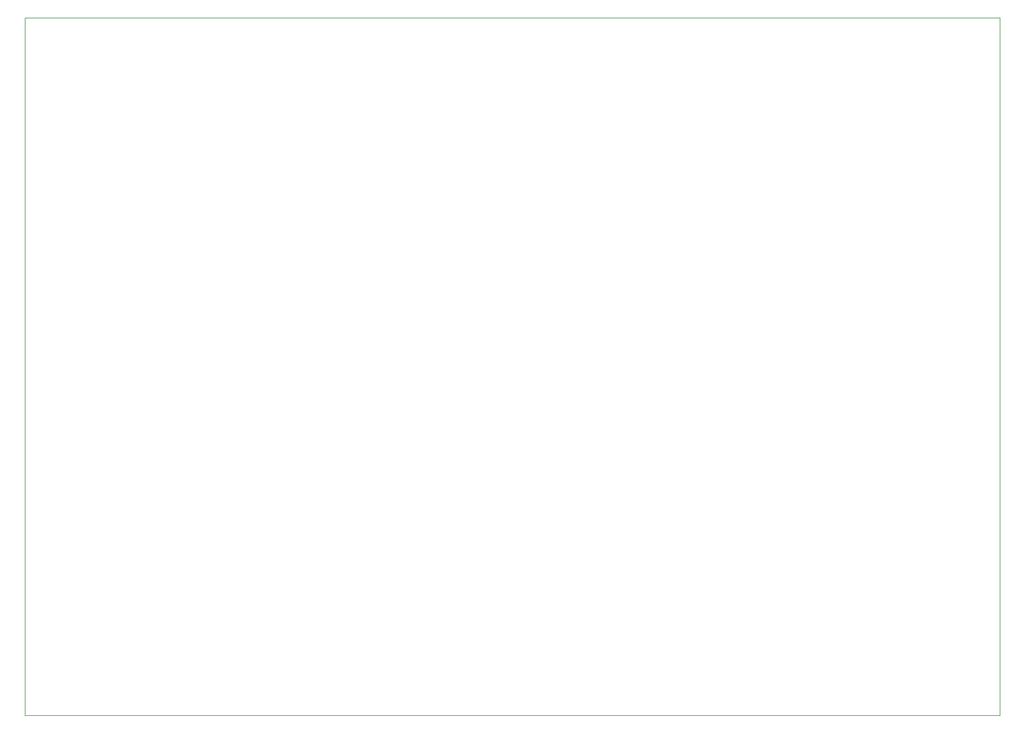
<source format=gm1>
G04 #@! TF.FileFunction,Profile,NP*
%FSLAX46Y46*%
G04 Gerber Fmt 4.6, Leading zero omitted, Abs format (unit mm)*
G04 Created by KiCad (PCBNEW 4.0.1-stable) date 2018/05/08 19:42:46*
%MOMM*%
G01*
G04 APERTURE LIST*
%ADD10C,0.150000*%
%ADD11C,0.100000*%
G04 APERTURE END LIST*
D10*
D11*
X271200000Y-64410000D02*
X271200000Y-164300000D01*
X131700000Y-64410000D02*
X271200000Y-64410000D01*
X131700000Y-87300000D02*
X131700000Y-64410000D01*
X131700000Y-164300000D02*
X271200000Y-164300000D01*
X131700000Y-87300000D02*
X131700000Y-164300000D01*
X264690000Y-64410000D02*
X131690000Y-64410000D01*
M02*

</source>
